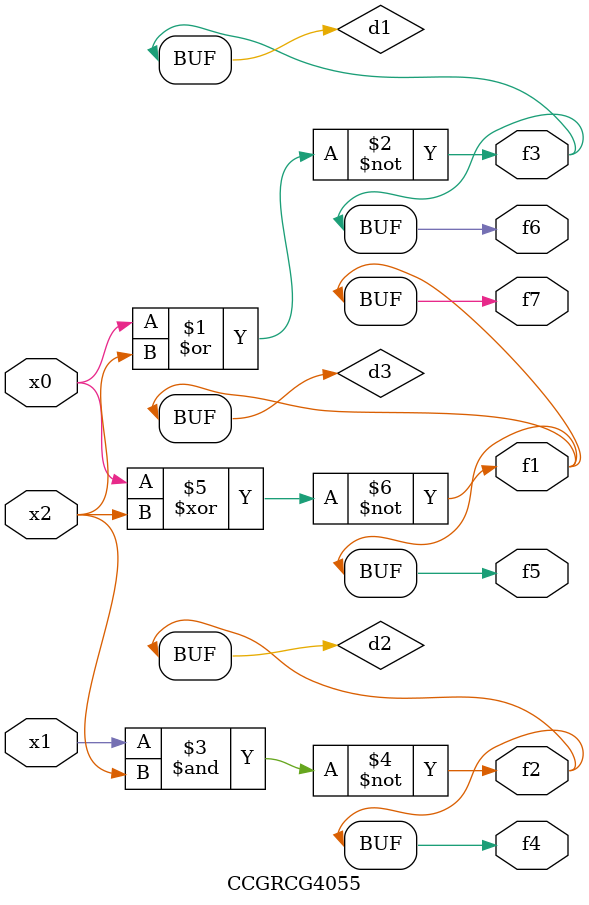
<source format=v>
module CCGRCG4055(
	input x0, x1, x2,
	output f1, f2, f3, f4, f5, f6, f7
);

	wire d1, d2, d3;

	nor (d1, x0, x2);
	nand (d2, x1, x2);
	xnor (d3, x0, x2);
	assign f1 = d3;
	assign f2 = d2;
	assign f3 = d1;
	assign f4 = d2;
	assign f5 = d3;
	assign f6 = d1;
	assign f7 = d3;
endmodule

</source>
